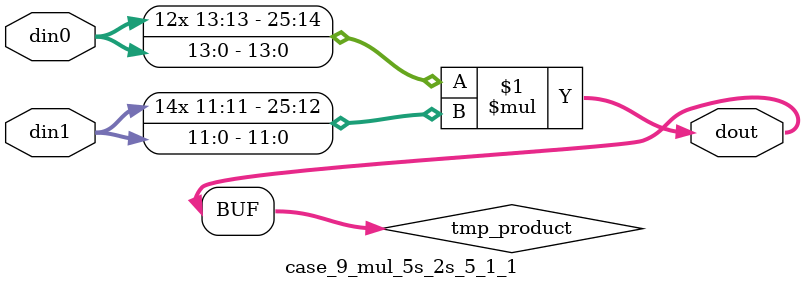
<source format=v>

`timescale 1 ns / 1 ps

 module case_9_mul_5s_2s_5_1_1(din0, din1, dout);
parameter ID = 1;
parameter NUM_STAGE = 0;
parameter din0_WIDTH = 14;
parameter din1_WIDTH = 12;
parameter dout_WIDTH = 26;

input [din0_WIDTH - 1 : 0] din0; 
input [din1_WIDTH - 1 : 0] din1; 
output [dout_WIDTH - 1 : 0] dout;

wire signed [dout_WIDTH - 1 : 0] tmp_product;



























assign tmp_product = $signed(din0) * $signed(din1);








assign dout = tmp_product;





















endmodule

</source>
